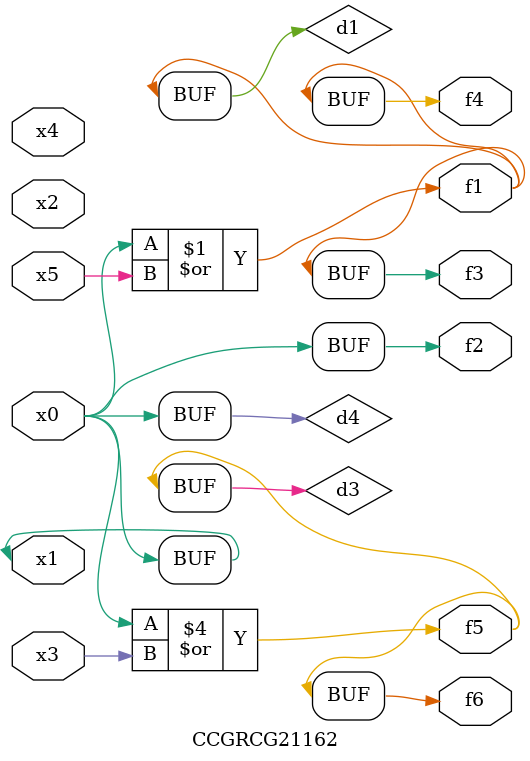
<source format=v>
module CCGRCG21162(
	input x0, x1, x2, x3, x4, x5,
	output f1, f2, f3, f4, f5, f6
);

	wire d1, d2, d3, d4;

	or (d1, x0, x5);
	xnor (d2, x1, x4);
	or (d3, x0, x3);
	buf (d4, x0, x1);
	assign f1 = d1;
	assign f2 = d4;
	assign f3 = d1;
	assign f4 = d1;
	assign f5 = d3;
	assign f6 = d3;
endmodule

</source>
